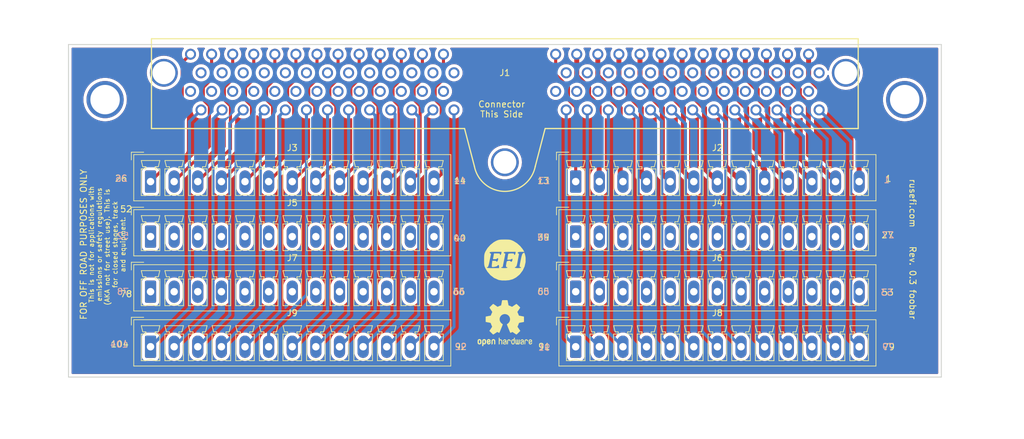
<source format=kicad_pcb>
(kicad_pcb (version 20221018) (generator pcbnew)
  (layers (0 "F.Cu" signal) (1 "In1.Cu" signal) (2 "In2.Cu" signal) (31 "B.Cu" signal) (34 "B.Paste" user) (35 "F.Paste" user) (36 "B.SilkS" user "B.Silkscreen") (37 "F.SilkS" user "F.Silkscreen") (38 "B.Mask" user) (39 "F.Mask" user) (44 "Edge.Cuts" user))
  (net 0 "")
  (net 1 "Net-(J1-Pad90)")
  (net 2 "Net-(J1-Pad89)")
  (net 3 "Net-(J1-Pad88)")
  (net 4 "Net-(J1-Pad87)")
  (net 5 "Net-(J1-Pad86)")
  (net 6 "Net-(J1-Pad85)")
  (net 7 "Net-(J1-Pad84)")
  (net 8 "Net-(J1-Pad83)")
  (net 9 "Net-(J1-Pad82)")
  (net 10 "Net-(J1-Pad81)")
  (net 11 "Net-(J1-Pad80)")
  (net 12 "Net-(J1-Pad79)")
  (net 13 "Net-(J1-Pad53)")
  (net 14 "Net-(J1-Pad54)")
  (net 15 "Net-(J1-Pad55)")
  (net 16 "Net-(J1-Pad56)")
  (net 17 "Net-(J1-Pad57)")
  (net 18 "Net-(J1-Pad58)")
  (net 19 "Net-(J1-Pad59)")
  (net 20 "Net-(J1-Pad60)")
  (net 21 "Net-(J1-Pad61)")
  (net 22 "Net-(J1-Pad62)")
  (net 23 "Net-(J1-Pad63)")
  (net 24 "Net-(J1-Pad64)")
  (net 25 "Net-(J1-Pad37)")
  (net 26 "Net-(J1-Pad36)")
  (net 27 "Net-(J1-Pad35)")
  (net 28 "Net-(J1-Pad34)")
  (net 29 "Net-(J1-Pad33)")
  (net 30 "Net-(J1-Pad32)")
  (net 31 "Net-(J1-Pad31)")
  (net 32 "Net-(J1-Pad30)")
  (net 33 "Net-(J1-Pad29)")
  (net 34 "Net-(J1-Pad28)")
  (net 35 "Net-(J1-Pad27)")
  (net 36 "Net-(J1-Pad1)")
  (net 37 "Net-(J1-Pad2)")
  (net 38 "Net-(J1-Pad3)")
  (net 39 "Net-(J1-Pad4)")
  (net 40 "Net-(J1-Pad5)")
  (net 41 "Net-(J1-Pad6)")
  (net 42 "Net-(J1-Pad7)")
  (net 43 "Net-(J1-Pad8)")
  (net 44 "Net-(J1-Pad9)")
  (net 45 "Net-(J1-Pad10)")
  (net 46 "Net-(J1-Pad11)")
  (net 47 "Net-(J1-Pad12)")
  (net 48 "Net-(J1-Pad38)")
  (net 49 "Net-(J1-Pad13)")
  (net 50 "Net-(J1-Pad65)")
  (net 51 "Net-(J1-Pad91)")
  (net 52 "Net-(J1-Pad39)")
  (net 53 "Net-(J1-Pad104)")
  (net 54 "Net-(J1-Pad103)")
  (net 55 "Net-(J1-Pad102)")
  (net 56 "Net-(J1-Pad101)")
  (net 57 "Net-(J1-Pad100)")
  (net 58 "Net-(J1-Pad99)")
  (net 59 "Net-(J1-Pad98)")
  (net 60 "Net-(J1-Pad97)")
  (net 61 "Net-(J1-Pad72)")
  (net 62 "Net-(J1-Pad73)")
  (net 63 "Net-(J1-Pad74)")
  (net 64 "Net-(J1-Pad75)")
  (net 65 "Net-(J1-Pad76)")
  (net 66 "Net-(J1-Pad77)")
  (net 67 "Net-(J1-Pad78)")
  (net 68 "Net-(J1-Pad52)")
  (net 69 "Net-(J1-Pad51)")
  (net 70 "Net-(J1-Pad50)")
  (net 71 "Net-(J1-Pad49)")
  (net 72 "Net-(J1-Pad48)")
  (net 73 "Net-(J1-Pad47)")
  (net 74 "Net-(J1-Pad46)")
  (net 75 "Net-(J1-Pad45)")
  (net 76 "Net-(J1-Pad26)")
  (net 77 "Net-(J1-Pad25)")
  (net 78 "Net-(J1-Pad24)")
  (net 79 "Net-(J1-Pad23)")
  (net 80 "Net-(J1-Pad22)")
  (net 81 "Net-(J1-Pad21)")
  (net 82 "Net-(J1-Pad20)")
  (net 83 "Net-(J1-Pad19)")
  (net 84 "Net-(J1-Pad71)")
  (net 85 "Net-(J1-Pad96)")
  (net 86 "Net-(J1-Pad44)")
  (net 87 "Net-(J1-Pad70)")
  (net 88 "Net-(J1-Pad18)")
  (net 89 "Net-(J1-Pad43)")
  (net 90 "Net-(J1-Pad95)")
  (net 91 "Net-(J1-Pad69)")
  (net 92 "Net-(J1-Pad17)")
  (net 93 "Net-(J1-Pad42)")
  (net 94 "Net-(J1-Pad94)")
  (net 95 "Net-(J1-Pad68)")
  (net 96 "Net-(J1-Pad16)")
  (net 97 "Net-(J1-Pad93)")
  (net 98 "Net-(J1-Pad41)")
  (net 99 "Net-(J1-Pad15)")
  (net 100 "Net-(J1-Pad67)")
  (net 101 "Net-(J1-Pad92)")
  (net 102 "Net-(J1-Pad66)")
  (net 103 "Net-(J1-Pad40)")
  (net 104 "Net-(J1-Pad14)")
  (footprint "rusefi_lib:LOGO" (layer "F.Cu") (at 93.62 56.13)
    (fp_text reference "G?" hide)
    (fp_text value "LOGO" hide)
  )
  (footprint "rusefi_lib:eecv" (layer "F.Cu") (at 93.62 20.36)
    (fp_text reference "J1")
    (fp_text value "EEC-V")
  )
  (footprint "Connector_Phoenix_MC:PhoenixContact_MCV_1,5_13-G-3.81_1x13_P3.81mm_Vertical" (layer "F.Cu") (at 105.05 43.43)
    (fp_text reference "J2")
    (fp_text value "Conn_01x13")
  )
  (footprint "Connector_Phoenix_MC:PhoenixContact_MCV_1,5_13-G-3.81_1x13_P3.81mm_Vertical" (layer "F.Cu") (at 36.47 43.43)
    (fp_text reference "J3")
    (fp_text value "Conn_01x13")
  )
  (footprint "Connector_Phoenix_MC:PhoenixContact_MCV_1,5_13-G-3.81_1x13_P3.81mm_Vertical" (layer "F.Cu") (at 105.05 52.32)
    (fp_text reference "J4")
    (fp_text value "Conn_01x13")
  )
  (footprint "Connector_Phoenix_MC:PhoenixContact_MCV_1,5_13-G-3.81_1x13_P3.81mm_Vertical" (layer "F.Cu") (at 36.47 52.32)
    (fp_text reference "J5")
    (fp_text value "Conn_01x13")
  )
  (footprint "Connector_Phoenix_MC:PhoenixContact_MCV_1,5_13-G-3.81_1x13_P3.81mm_Vertical" (layer "F.Cu") (at 105.05 61.21)
    (fp_text reference "J6")
    (fp_text value "Conn_01x13")
  )
  (footprint "Connector_Phoenix_MC:PhoenixContact_MCV_1,5_13-G-3.81_1x13_P3.81mm_Vertical" (layer "F.Cu") (at 36.47 61.21)
    (fp_text reference "J7")
    (fp_text value "Conn_01x13")
  )
  (footprint "Connector_Phoenix_MC:PhoenixContact_MCV_1,5_13-G-3.81_1x13_P3.81mm_Vertical" (layer "F.Cu") (at 105.05 70.1)
    (fp_text reference "J8")
    (fp_text value "Conn_01x13")
  )
  (footprint "Connector_Phoenix_MC:PhoenixContact_MCV_1,5_13-G-3.81_1x13_P3.81mm_Vertical" (layer "F.Cu") (at 36.47 70.1)
    (fp_text reference "J9")
    (fp_text value "Conn_01x13")
  )
  (footprint "rusefi_lib:Off_Road_Disclaimer" (layer "F.Cu") (at 28.85 53.59 90)
    (fp_text reference "G?" hide)
    (fp_text value "Disclaimer" hide)
  )
  (footprint "Symbol:OSHW-Logo2_9.8x8mm_SilkScreen" (layer "F.Cu") (at 93.62 66.29)
    (fp_text reference "REF**" hide)
    (fp_text value "OSHW-Logo2_9.8x8mm_SilkScreen" hide)
  )
  (gr_line (start 23.23 75) (end 164.03 75) (stroke (width 0.15)) (layer "Edge.Cuts"))
  (gr_line (start 23.23 21.3) (end 23.23 75) (stroke (width 0.15)) (layer "Edge.Cuts"))
  (gr_line (start 164.03 21.3) (end 164.03 75) (stroke (width 0.15)) (layer "Edge.Cuts"))
  (gr_line (start 23.23 21.3) (end 164.03 21.3) (stroke (width 0.15)) (layer "Edge.Cuts"))
  (gr_text "92" (at 86.508 70.1) (layer "B.SilkS") (effects (font (size 1 1)) (justify mirror)))
  (gr_text "40" (at 86.254 52.574) (layer "B.SilkS") (effects (font (size 1 1)) (justify mirror)))
  (gr_text "14" (at 86.381 43.303) (layer "B.SilkS") (effects (font (size 1 1)) (justify mirror)))
  (gr_text "78" (at 32.025 61.21) (layer "B.SilkS") (effects (font (size 1 1)) (justify mirror)))
  (gr_text "39" (at 99.843 52.447) (layer "B.SilkS") (effects (font (size 1 1)) (justify mirror)))
  (gr_text "13" (at 99.97 43.303) (layer "B.SilkS") (effects (font (size 1 1)) (justify mirror)))
  (gr_text "65" (at 99.843 61.21) (layer "B.SilkS") (effects (font (size 1 1)) (justify mirror)))
  (gr_text "91" (at 99.97 70.227) (layer "B.SilkS") (effects (font (size 1 1)) (justify mirror)))
  (gr_text "1" (at 155.215 43.176) (layer "B.SilkS") (effects (font (size 1 1)) (justify mirror)))
  (gr_text "26" (at 31.771 42.922) (layer "B.SilkS") (effects (font (size 1 1)) (justify mirror)))
  (gr_text "53" (at 155.215 61.337) (layer "B.SilkS") (effects (font (size 1 1)) (justify mirror)))
  (gr_text "79" (at 155.469 70.1) (layer "B.SilkS") (effects (font (size 1 1)) (justify mirror)))
  (gr_text "104" (at 31.39 69.719) (layer "B.SilkS") (effects (font (size 1 1)) (justify mirror)))
  (gr_text "27" (at 155.469 52.066) (layer "B.SilkS") (effects (font (size 1 1)) (justify mirror)))
  (gr_text "66" (at 86.127 61.21) (layer "B.SilkS") (effects (font (size 1 1)) (justify mirror)))
  (gr_text "52" (at 32.025 52.193) (layer "B.SilkS") (effects (font (size 1 1)) (justify mirror)))
  (gr_text "66" (at 86.254 61.21) (layer "F.SilkS") (effects (font (size 1 1))))
  (gr_text "14" (at 86.381 43.303) (layer "F.SilkS") (effects (font (size 1 1))))
  (gr_text "79" (at 155.5452 70.1508) (layer "F.SilkS") (effects (font (size 1 1))))
  (gr_text "52" (at 32.533 47.875) (layer "F.SilkS") (effects (font (size 1 1))))
  (gr_text "26" (at 31.7202 42.922) (layer "F.SilkS") (effects (font (size 1 1))))
  (gr_text "78" (at 32.533 61.591) (layer "F.SilkS") (effects (font (size 1 1))))
  (gr_text "13" (at 99.843 43.303) (layer "F.SilkS") (effects (font (size 1 1))))
  (gr_text "104" (at 31.5043 69.6809) (layer "F.SilkS") (effects (font (size 1 1))))
  (gr_text "Connector\nThis Side" (at 93.112 31.746) (layer "F.SilkS") (effects (font (size 1 1))))
  (gr_text "65" (at 99.843 61.21) (layer "F.SilkS") (effects (font (size 1 1))))
  (gr_text "53" (at 155.3801 61.3243) (layer "F.SilkS") (effects (font (size 1 1))))
  (gr_text "91" (at 99.97 70.1) (layer "F.SilkS") (effects (font (size 1 1))))
  (gr_text "92" (at 86.508 70.1) (layer "F.SilkS") (effects (font (size 1 1))))
  (gr_text "1" (at 155.4817 42.9601) (layer "F.SilkS") (effects (font (size 1 1))))
  (gr_text "27" (at 155.3547 52.066) (layer "F.SilkS") (effects (font (size 1 1))))
  (gr_text "39" (at 99.843 52.447) (layer "F.SilkS") (effects (font (size 1 1))))
  (gr_text "rusefi.com    Rev. 0.3 foobar" (at 159.406 54.352 270) (layer "F.SilkS") (effects (font (size 1 1))))
  (gr_text "40" (at 86.381 52.574) (layer "F.SilkS") (effects (font (size 1 1))))
  (via (at 29.14 30.19) (size 6) (drill 4.75) (layers "F.Cu" "B.Cu") (net 0))
  (via (at 158.12 30.19) (size 6) (drill 4.75) (layers "F.Cu" "B.Cu") (net 0))
  (segment (start 106.92 68.16) (end 108.86 70.1) (width 0.5) (layer "B.Cu") (net 1))
  (segment (start 106.92 31.86) (end 106.92 68.16) (width 0.5) (layer "B.Cu") (net 1))
  (segment (start 110.32 67.75) (end 112.67 70.1) (width 0.5) (layer "B.Cu") (net 2))
  (segment (start 110.32 31.86) (end 110.32 67.75) (width 0.5) (layer "B.Cu") (net 2))
  (segment (start 113.72 31.86) (end 115.12999 33.26999) (width 0.5) (layer "B.Cu") (net 3))
  (segment (start 115.12999 68.74999) (end 116.48 70.1) (width 0.5) (layer "B.Cu") (net 3))
  (segment (start 115.12999 33.26999) (end 115.12999 68.74999) (width 0.5) (layer "B.Cu") (net 3))
  (segment (start 117.12 31.86) (end 118.93999 33.67999) (width 0.5) (layer "B.Cu") (net 4))
  (segment (start 118.93999 33.67999) (end 118.93999 68.74999) (width 0.5) (layer "B.Cu") (net 4))
  (segment (start 118.93999 68.74999) (end 120.29 70.1) (width 0.5) (layer "B.Cu") (net 4))
  (segment (start 122.74999 68.74999) (end 124.1 70.1) (width 0.5) (layer "B.Cu") (net 5))
  (segment (start 122.74999 34.08999) (end 122.74999 68.74999) (width 0.5) (layer "B.Cu") (net 5))
  (segment (start 120.52 31.86) (end 122.74999 34.08999) (width 0.5) (layer "B.Cu") (net 5))
  (segment (start 125.45001 33.39001) (end 125.45001 67.64001) (width 0.5) (layer "B.Cu") (net 6))
  (segment (start 125.45001 67.64001) (end 127.91 70.1) (width 0.5) (layer "B.Cu") (net 6))
  (segment (start 123.92 31.86) (end 125.45001 33.39001) (width 0.5) (layer "B.Cu") (net 6))
  (segment (start 127.32 31.86) (end 129.26001 33.80001) (width 0.5) (layer "B.Cu") (net 7))
  (segment (start 129.26001 67.64001) (end 131.72 70.1) (width 0.5) (layer "B.Cu") (net 7))
  (segment (start 129.26001 33.80001) (end 129.26001 67.64001) (width 0.5) (layer "B.Cu") (net 7))
  (segment (start 134.17999 35.31999) (end 134.17999 68.74999) (width 0.5) (layer "B.Cu") (net 8))
  (segment (start 130.72 31.86) (end 134.17999 35.31999) (width 0.5) (layer "B.Cu") (net 8))
  (segment (start 134.17999 68.74999) (end 135.53 70.1) (width 0.5) (layer "B.Cu") (net 8))
  (segment (start 134.12 31.86) (end 137.98999 35.72999) (width 0.5) (layer "B.Cu") (net 9))
  (segment (start 137.98999 68.74999) (end 139.34 70.1) (width 0.5) (layer "B.Cu") (net 9))
  (segment (start 137.98999 35.72999) (end 137.98999 68.74999) (width 0.5) (layer "B.Cu") (net 9))
  (segment (start 141.79999 36.13999) (end 141.79999 68.74999) (width 0.5) (layer "B.Cu") (net 10))
  (segment (start 137.52 31.86) (end 141.79999 36.13999) (width 0.5) (layer "B.Cu") (net 10))
  (segment (start 141.79999 68.74999) (end 143.15 70.1) (width 0.5) (layer "B.Cu") (net 10))
  (segment (start 140.92 31.86) (end 145.60999 36.54999) (width 0.5) (layer "B.Cu") (net 11))
  (segment (start 145.60999 68.74999) (end 146.96 70.1) (width 0.5) (layer "B.Cu") (net 11))
  (segment (start 145.60999 36.54999) (end 145.60999 68.74999) (width 0.5) (layer "B.Cu") (net 11))
  (segment (start 149.41999 68.74999) (end 150.77 70.1) (width 0.5) (layer "B.Cu") (net 12))
  (segment (start 149.41999 36.95999) (end 149.41999 68.74999) (width 0.5) (layer "B.Cu") (net 12))
  (segment (start 144.32 31.86) (end 149.41999 36.95999) (width 0.5) (layer "B.Cu") (net 12))
  (segment (start 142.62 22.86) (end 142.62 26.656278) (width 0.8) (layer "F.Cu") (net 36))
  (segment (start 150.77 34.806278) (end 150.77 43.43) (width 0.8) (layer "F.Cu") (net 36))
  (segment (start 142.62 26.656278) (end 150.77 34.806278) (width 0.8) (layer "F.Cu") (net 36))
  (segment (start 142.578378 39.048378) (end 146.96 43.43) (width 0.8) (layer "F.Cu") (net 37))
  (segment (start 141.130999 28.567277) (end 141.130999 29.574721) (width 0.8) (layer "F.Cu") (net 37))
  (segment (start 142.578378 31.0221) (end 142.578378 39.048378) (width 0.8) (layer "F.Cu") (net 37))
  (segment (start 141.130999 29.574721) (end 142.578378 31.0221) (width 0.8) (layer "F.Cu") (net 37))
  (segment (start 139.22 22.86) (end 139.22 26.656278) (width 0.8) (layer "F.Cu") (net 37))
  (segment (start 139.22 26.656278) (end 141.130999 28.567277) (width 0.8) (layer "F.Cu") (net 37))
  (segment (start 137.730999 28.274721) (end 137.730999 29.867277) (width 0.8) (layer "F.Cu") (net 38))
  (segment (start 135.82 26.363722) (end 137.730999 28.274721) (width 0.8) (layer "F.Cu") (net 38))
  (segment (start 139.430999 39.710999) (end 143.15 43.43) (width 0.8) (layer "F.Cu") (net 38))
  (segment (start 135.82 22.86) (end 135.82 26.363722) (width 0.8) (layer "F.Cu") (net 38))
  (segment (start 139.430999 31.567277) (end 139.430999 39.710999) (width 0.8) (layer "F.Cu") (net 38))
  (segment (start 137.730999 29.867277) (end 139.430999 31.567277) (width 0.8) (layer "F.Cu") (net 38))
  (segment (start 136.030999 40.120999) (end 139.34 43.43) (width 0.8) (layer "F.Cu") (net 39))
  (segment (start 134.330999 28.567277) (end 134.330999 29.867277) (width 0.8) (layer "F.Cu") (net 39))
  (segment (start 132.42 26.656278) (end 134.330999 28.567277) (width 0.8) (layer "F.Cu") (net 39))
  (segment (start 134.330999 29.867277) (end 136.030999 31.567277) (width 0.8) (layer "F.Cu") (net 39))
  (segment (start 136.030999 31.567277) (end 136.030999 40.120999) (width 0.8) (layer "F.Cu") (net 39))
  (segment (start 132.42 22.86) (end 132.42 26.656278) (width 0.8) (layer "F.Cu") (net 39))
  (segment (start 130.930999 29.867277) (end 132.630999 31.567277) (width 0.8) (layer "F.Cu") (net 40))
  (segment (start 135.53 41.4742) (end 135.53 43.43) (width 0.8) (layer "F.Cu") (net 40))
  (segment (start 132.630999 31.567277) (end 132.630999 38.575199) (width 0.8) (layer "F.Cu") (net 40))
  (segment (start 132.630999 38.575199) (end 135.53 41.4742) (width 0.8) (layer "F.Cu") (net 40))
  (segment (start 129.02 26.363722) (end 130.930999 28.274721) (width 0.8) (layer "F.Cu") (net 40))
  (segment (start 129.02 22.86) (end 129.02 26.363722) (width 0.8) (layer "F.Cu") (net 40))
  (segment (start 130.930999 28.274721) (end 130.930999 29.867277) (width 0.8) (layer "F.Cu") (net 40))
  (segment (start 127.530999 29.574721) (end 129.230998 31.27472) (width 0.8) (layer "F.Cu") (net 41))
  (segment (start 129.230998 31.27472) (end 129.230998 40.940998) (width 0.8) (layer "F.Cu") (net 41))
  (segment (start 127.530999 28.274721) (end 127.530999 29.574721) (width 0.8) (layer "F.Cu") (net 41))
  (segment (start 125.62 26.363722) (end 127.530999 28.274721) (width 0.8) (layer "F.Cu") (net 41))
  (segment (start 125.62 22.86) (end 125.62 26.363722) (width 0.8) (layer "F.Cu") (net 41))
  (segment (start 129.230998 40.940998) (end 131.72 43.43) (width 0.8) (layer "F.Cu") (net 41))
  (segment (start 124.130999 28.274721) (end 124.130999 29.867277) (width 0.8) (layer "F.Cu") (net 42))
  (segment (start 122.22 22.86) (end 122.22 26.363722) (width 0.8) (layer "F.Cu") (net 42))
  (segment (start 125.830999 31.567277) (end 125.830999 41.350999) (width 0.8) (layer "F.Cu") (net 42))
  (segment (start 124.130999 29.867277) (end 125.830999 31.567277) (width 0.8) (layer "F.Cu") (net 42))
  (segment (start 122.22 26.363722) (end 124.130999 28.274721) (width 0.8) (layer "F.Cu") (net 42))
  (segment (start 125.830999 41.350999) (end 127.91 43.43) (width 0.8) (layer "F.Cu") (net 42))
  (segment (start 120.730999 28.274721) (end 120.730999 29.867277) (width 0.8) (layer "F.Cu") (net 43))
  (segment (start 122.430999 41.760999) (end 124.1 43.43) (width 0.8) (layer "F.Cu") (net 43))
  (segment (start 118.82 22.86) (end 118.82 26.363722) (width 0.8) (layer "F.Cu") (net 43))
  (segment (start 122.430999 31.567277) (end 122.430999 41.760999) (width 0.8) (layer "F.Cu") (net 43))
  (segment (start 120.730999 29.867277) (end 122.430999 31.567277) (width 0.8) (layer "F.Cu") (net 43))
  (segment (start 118.82 26.363722) (end 120.730999 28.274721) (width 0.8) (layer "F.Cu") (net 43))
  (segment (start 119.030999 42.170999) (end 120.29 43.43) (width 0.8) (layer "F.Cu") (net 44))
  (segment (start 117.330999 28.567277) (end 117.330999 29.867277) (width 0.8) (layer "F.Cu") (net 44))
  (segment (start 117.330999 29.867277) (end 119.030999 31.567277) (width 0.8) (layer "F.Cu") (net 44))
  (segment (start 115.42 22.86) (end 115.42 26.656278) (width 0.8) (layer "F.Cu") (net 44))
  (segment (start 115.42 26.656278) (end 117.330999 28.567277) (width 0.8) (layer "F.Cu") (net 44))
  (segment (start 119.030999 31.567277) (end 119.030999 42.170999) (width 0.8) (layer "F.Cu") (net 44))
  (segment (start 115.630999 31.567277) (end 115.630999 42.580999) (width 0.8) (layer "F.Cu") (net 45))
  (segment (start 113.509001 28.145279) (end 113.509001 29.445279) (width 0.8) (layer "F.Cu") (net 45))
  (segment (start 112.02 26.656278) (end 113.509001 28.145279) (width 0.8) (layer "F.Cu") (net 45))
  (segment (start 112.02 22.86) (end 112.02 26.656278) (width 0.8) (layer "F.Cu") (net 45))
  (segment (start 113.509001 29.445279) (end 115.630999 31.567277) (width 0.8) (layer "F.Cu") (net 45))
  (segment (start 115.630999 42.580999) (end 116.48 43.43) (width 0.8) (layer "F.Cu") (net 45))
  (segment (start 108.62 26.363722) (end 110.530999 28.274721) (width 0.8) (layer "F.Cu") (net 46))
  (segment (start 110.530999 29.867277) (end 112.230999 31.567277) (width 0.8) (layer "F.Cu") (net 46))
  (segment (start 110.530999 28.274721) (end 110.530999 29.867277) (width 0.8) (layer "F.Cu") (net 46))
  (segment (start 108.62 22.86) (end 108.62 26.363722) (width 0.8) (layer "F.Cu") (net 46))
  (segment (start 112.230999 42.990999) (end 112.67 43.43) (width 0.8) (layer "F.Cu") (net 46))
  (segment (start 112.230999 31.567277) (end 112.230999 42.990999) (width 0.8) (layer "F.Cu") (net 46))
  (segment (start 107.130999 28.274721) (end 107.130999 29.574721) (width 0.8) (layer "F.Cu") (net 47))
  (segment (start 108.830999 31.274721) (end 108.830999 43.400999) (width 0.8) (layer "F.Cu") (net 47))
  (segment (start 108.830999 43.400999) (end 108.86 43.43) (width 0.8) (layer "F.Cu") (net 47))
  (segment (start 105.22 26.363722) (end 107.130999 28.274721) (width 0.8) (layer "F.Cu") (net 47))
  (segment (start 107.130999 29.574721) (end 108.830999 31.274721) (width 0.8) (layer "F.Cu") (net 47))
  (segment (start 105.22 22.86) (end 105.22 26.363722) (width 0.8) (layer "F.Cu") (net 47))
  (segment (start 105.05 31.408278) (end 105.05 43.43) (width 0.5) (layer "F.Cu") (net 49))
  (segment (start 101.82 26.141722) (end 103.880999 28.202721) (width 0.5) (layer "F.Cu") (net 49))
  (segment (start 103.880999 30.239277) (end 105.05 31.408278) (width 0.5) (layer "F.Cu") (net 49))
  (segment (start 103.880999 28.202721) (end 103.880999 30.239277) (width 0.5) (layer "F.Cu") (net 49))
  (segment (start 101.82 22.86) (end 101.82 26.141722) (width 0.5) (layer "F.Cu") (net 49))
  (segment (start 103.52 68.57) (end 105.05 70.1) (width 0.5) (layer "B.Cu") (net 51))
  (segment (start 103.52 31.86) (end 103.52 68.57) (width 0.5) (layer "B.Cu") (net 51))
  (segment (start 42.73999 33.74001) (end 44.62 31.86) (width 0.5) (layer "B.Cu") (net 53))
  (segment (start 36.47 70.1) (end 42.73999 63.83001) (width 0.5) (layer "B.Cu") (net 53))
  (segment (start 42.73999 63.83001) (end 42.73999 33.74001) (width 0.5) (layer "B.Cu") (net 53))
  (segment (start 46.54999 33.33001) (end 48.02 31.86) (width 0.5) (layer "B.Cu") (net 54))
  (segment (start 46.54999 63.83001) (end 46.54999 33.33001) (width 0.5) (layer "B.Cu") (net 54))
  (segment (start 40.28 70.1) (end 46.54999 63.83001) (width 0.5) (layer "B.Cu") (net 54))
  (segment (start 51.42 31.86) (end 49.25001 34.02999) (width 0.5) (layer "B.Cu") (net 55))
  (segment (start 49.25001 34.02999) (end 49.25001 64.93999) (width 0.5) (layer "B.Cu") (net 55))
  (segment (start 49.25001 64.93999) (end 44.09 70.1) (width 0.5) (layer "B.Cu") (net 55))
  (segment (start 54.16999 63.83001) (end 47.9 70.1) (width 0.5) (layer "B.Cu") (net 56))
  (segment (start 54.82 31.86) (end 54.16999 32.51001) (width 0.5) (layer "B.Cu") (net 56))
  (segment (start 54.16999 32.51001) (end 54.16999 63.83001) (width 0.5) (layer "B.Cu") (net 56))
  (segment (start 58.22 31.86) (end 57.331001 32.748999) (width 0.5) (layer "B.Cu") (net 57))
  (segment (start 57.331001 32.748999) (end 57.331001 64.478999) (width 0.5) (layer "B.Cu") (net 57))
  (segment (start 57.331001 64.478999) (end 51.71 70.1) (width 0.5) (layer "B.Cu") (net 57))
  (segment (start 61.62 31.86) (end 61.62 61.729202) (width 0.5) (layer "B.Cu") (net 58))
  (segment (start 55.52 67.829202) (end 55.52 70.1) (width 0.5) (layer "B.Cu") (net 58))
  (segment (start 61.62 61.729202) (end 55.52 67.829202) (width 0.5) (layer "B.Cu") (net 58))
  (segment (start 65.02 31.86) (end 65.02 64.41) (width 0.5) (layer "B.Cu") (net 59))
  (segment (start 65.02 64.41) (end 59.33 70.1) (width 0.5) (layer "B.Cu") (net 59))
  (segment (start 68.42 64.82) (end 63.14 70.1) (width 0.5) (layer "B.Cu") (net 60))
  (segment (start 68.42 31.86) (end 68.42 64.82) (width 0.5) (layer "B.Cu") (net 60))
  (segment (start 41.580999 38.319001) (end 36.47 43.43) (width 0.5) (layer "F.Cu") (net 76))
  (segment (start 42.92 22.86) (end 41.580999 24.199001) (width 0.5) (layer "F.Cu") (net 76))
  (segment (start 41.580999 24.199001) (end 41.580999 38.319001) (width 0.5) (layer "F.Cu") (net 76))
  (segment (start 44.980999 28.217279) (end 44.980999 30.239277) (width 0.5) (layer "F.Cu") (net 77))
  (segment (start 46.32 26.878278) (end 44.980999 28.217279) (width 0.5) (layer "F.Cu") (net 77))
  (segment (start 44.980999 30.239277) (end 45.959001 31.217279) (width 0.5) (layer "F.Cu") (net 77))
  (segment (start 45.959001 37.750999) (end 40.28 43.43) (width 0.5) (layer "F.Cu") (net 77))
  (segment (start 46.32 22.86) (end 46.32 26.878278) (width 0.5) (layer "F.Cu") (net 77))
  (segment (start 45.959001 31.217279) (end 45.959001 37.750999) (width 0.5) (layer "F.Cu") (net 77))
  (segment (start 49.72 26.878278) (end 48.380999 28.217279) (width 0.5) (layer "F.Cu") (net 78))
  (segment (start 48.380999 30.239277) (end 49.359001 31.217279) (width 0.5) (layer "F.Cu") (net 78))
  (segment (start 48.380999 28.217279) (end 48.380999 30.239277) (width 0.5) (layer "F.Cu") (net 78))
  (segment (start 49.359001 31.217279) (end 49.359001 38.160999) (width 0.5) (layer "F.Cu") (net 78))
  (segment (start 49.359001 38.160999) (end 44.09 43.43) (width 0.5) (layer "F.Cu") (net 78))
  (segment (start 49.72 22.86) (end 49.72 26.878278) (width 0.5) (layer "F.Cu") (net 78))
  (segment (start 52.759001 31.217279) (end 52.759001 38.570999) (width 0.5) (layer "F.Cu") (net 79))
  (segment (start 51.780999 30.239277) (end 52.759001 31.217279) (width 0.5) (layer "F.Cu") (net 79))
  (segment (start 51.780999 28.217279) (end 51.780999 30.239277) (width 0.5) (layer "F.Cu") (net 79))
  (segment (start 53.12 26.878278) (end 51.780999 28.217279) (width 0.5) (layer "F.Cu") (net 79))
  (segment (start 53.12 22.86) (end 53.12 26.878278) (width 0.5) (layer "F.Cu") (net 79))
  (segment (start 52.759001 38.570999) (end 47.9 43.43) (width 0.5) (layer "F.Cu") (net 79))
  (segment (start 56.52 26.878278) (end 55.180999 28.217279) (width 0.5) (layer "F.Cu") (net 80))
  (segment (start 56.159001 31.217279) (end 56.159001 38.980999) (width 0.5) (layer "F.Cu") (net 80))
  (segment (start 55.180999 30.239277) (end 56.159001 31.217279) (width 0.5) (layer "F.Cu") (net 80))
  (segment (start 55.180999 28.217279) (end 55.180999 30.239277) (width 0.5) (layer "F.Cu") (net 80))
  (segment (start 56.52 22.86) (end 56.52 26.878278) (width 0.5) (layer "F.Cu") (net 80))
  (segment (start 56.159001 38.980999) (end 51.71 43.43) (width 0.5) (layer "F.Cu") (net 80))
  (segment (start 59.92 22.86) (end 59.92 26.878278) (width 0.5) (layer "F.Cu") (net 81))
  (segment (start 59.559001 39.390999) (end 55.52 43.43) (width 0.5) (layer "F.Cu") (net 81))
  (segment (start 59.92 26.878278) (end 58.580999 28.217279) (width 0.5) (layer "F.Cu") (net 81))
  (segment (start 59.559001 31.217279) (end 59.559001 39.390999) (width 0.5) (layer "F.Cu") (net 81))
  (segment (start 58.580999 28.217279) (end 58.580999 30.239277) (width 0.5) (layer "F.Cu") (net 81))
  (segment (start 58.580999 30.239277) (end 59.559001 31.217279) (width 0.5) (layer "F.Cu") (net 81))
  (segment (start 61.980999 28.217279) (end 61.980999 30.239277) (width 0.5) (layer "F.Cu") (net 82))
  (segment (start 62.959001 31.217279) (end 62.959001 39.800999) (width 0.5) (layer "F.Cu") (net 82))
  (segment (start 62.959001 39.800999) (end 59.33 43.43) (width 0.5) (layer "F.Cu") (net 82))
  (segment (start 63.32 26.878278) (end 61.980999 28.217279) (width 0.5) (layer "F.Cu") (net 82))
  (segment (start 61.980999 30.239277) (end 62.959001 31.217279) (width 0.5) (layer "F.Cu") (net 82))
  (segment (start 63.32 22.86) (end 63.32 26.878278) (width 0.5) (layer "F.Cu") (net 82))
  (segment (start 66.72 22.86) (end 66.72 26.878278) (width 0.5) (layer "F.Cu") (net 83))
  (segment (start 65.380999 30.239277) (end 66.359001 31.217279) (width 0.5) (layer "F.Cu") (net 83))
  (segment (start 66.359001 31.217279) (end 66.359001 40.210999) (width 0.5) (layer "F.Cu") (net 83))
  (segment (start 66.359001 40.210999) (end 63.14 43.43) (width 0.5) (layer "F.Cu") (net 83))
  (segment (start 66.72 26.878278) (end 65.380999 28.217279) (width 0.5) (layer "F.Cu") (net 83))
  (segment (start 65.380999 28.217279) (end 65.380999 30.239277) (width 0.5) (layer "F.Cu") (net 83))
  (segment (start 71.82 31.86) (end 72.0805 31.86) (width 0.5) (layer "B.Cu") (net 85))
  (segment (start 71.82 31.86) (end 72.708999 32.748999) (width 0.5) (layer "B.Cu") (net 85))
  (segment (start 72.708999 64.341001) (end 66.95 70.1) (width 0.5) (layer "B.Cu") (net 85))
  (segment (start 72.708999 32.748999) (end 72.708999 64.341001) (width 0.5) (layer "B.Cu") (net 85))
  (segment (start 68.780999 28.217279) (end 68.780999 30.239277) (width 0.5) (layer "F.Cu") (net 88))
  (segment (start 70.12 22.86) (end 70.12 26.878278) (width 0.5) (layer "F.Cu") (net 88))
  (segment (start 69.759001 31.217279) (end 69.759001 40.620999) (width 0.5) (layer "F.Cu") (net 88))
  (segment (start 69.759001 40.620999) (end 66.95 43.43) (width 0.5) (layer "F.Cu") (net 88))
  (segment (start 68.780999 30.239277) (end 69.759001 31.217279) (width 0.5) (layer "F.Cu") (net 88))
  (segment (start 70.12 26.878278) (end 68.780999 28.217279) (width 0.5) (layer "F.Cu") (net 88))
  (segment (start 75.92001 64.93999) (end 70.76 70.1) (width 0.5) (layer "B.Cu") (net 90))
  (segment (start 75.92001 32.56001) (end 75.92001 64.93999) (width 0.5) (layer "B.Cu") (net 90))
  (segment (start 75.22 31.86) (end 75.92001 32.56001) (width 0.5) (layer "B.Cu") (net 90))
  (segment (start 73.159001 41.030999) (end 70.76 43.43) (width 0.5) (layer "F.Cu") (net 92))
  (segment (start 73.52 26.878278) (end 72.180999 28.217279) (width 0.5) (layer "F.Cu") (net 92))
  (segment (start 73.159001 31.217279) (end 73.159001 41.030999) (width 0.5) (layer "F.Cu") (net 92))
  (segment (start 72.180999 30.239277) (end 73.159001 31.217279) (width 0.5) (layer "F.Cu") (net 92))
  (segment (start 72.180999 28.217279) (end 72.180999 30.239277) (width 0.5) (layer "F.Cu") (net 92))
  (segment (start 73.52 22.86) (end 73.52 26.878278) (width 0.5) (layer "F.Cu") (net 92))
  (segment (start 79.73001 64.93999) (end 74.57 70.1) (width 0.5) (layer "B.Cu") (net 94))
  (segment (start 79.73001 32.97001) (end 79.73001 64.93999) (width 0.5) (layer "B.Cu") (net 94))
  (segment (start 78.62 31.86) (end 79.73001 32.97001) (width 0.5) (layer "B.Cu") (net 94))
  (segment (start 76.92 26.878278) (end 75.580999 28.217279) (width 0.5) (layer "F.Cu") (net 96))
  (segment (start 76.559001 31.217279) (end 76.559001 41.440999) (width 0.5) (layer "F.Cu") (net 96))
  (segment (start 75.580999 28.217279) (end 75.580999 30.239277) (width 0.5) (layer "F.Cu") (net 96))
  (segment (start 76.92 22.86) (end 76.92 26.878278) (width 0.5) (layer "F.Cu") (net 96))
  (segment (start 75.580999 30.239277) (end 76.559001 31.217279) (width 0.5) (layer "F.Cu") (net 96))
  (segment (start 76.559001 41.440999) (end 74.57 43.43) (width 0.5) (layer "F.Cu") (net 96))
  (segment (start 80.83999 67.64001) (end 78.38 70.1) (width 0.5) (layer "B.Cu") (net 97))
  (segment (start 82.02 31.86) (end 80.83999 33.04001) (width 0.5) (layer "B.Cu") (net 97))
  (segment (start 80.83999 33.04001) (end 80.83999 67.64001) (width 0.5) (layer "B.Cu") (net 97))
  (segment (start 80.32 26.878278) (end 78.980999 28.217279) (width 0.5) (layer "F.Cu") (net 99))
  (segment (start 78.980999 28.217279) (end 78.980999 30.239277) (width 0.5) (layer "F.Cu") (net 99))
  (segment (start 78.980999 30.239277) (end 79.959001 31.217279) (width 0.5) (layer "F.Cu") (net 99))
  (segment (start 79.959001 31.217279) (end 79.959001 41.850999) (width 0.5) (layer "F.Cu") (net 99))
  (segment (start 80.32 22.86) (end 80.32 26.878278) (width 0.5) (layer "F.Cu") (net 99))
  (segment (start 79.959001 41.850999) (end 78.38 43.43) (width 0.5) (layer "F.Cu") (net 99))
  (segment (start 85.42 66.87) (end 82.19 70.1) (width 0.5) (layer "B.Cu") (net 101))
  (segment (start 85.42 31.86) (end 85.42 66.87) (width 0.5) (layer "B.Cu") (net 101))
  (segment (start 82.380999 30.239277) (end 83.359001 31.217279) (width 0.5) (layer "F.Cu") (net 104))
  (segment (start 83.359001 31.217279) (end 83.359001 42.260999) (width 0.5) (layer "F.Cu") (net 104))
  (segment (start 83.72 22.86) (end 83.72 26.878278) (width 0.5) (layer "F.Cu") (net 104))
  (segment (start 82.380999 28.217279) (end 82.380999 30.239277) (width 0.5) (layer "F.Cu") (net 104))
  (segment (start 83.359001 42.260999) (end 82.19 43.43) (width 0.5) (layer "F.Cu") (net 104))
  (segment (start 83.72 26.878278) (end 82.380999 28.217279) (width 0.5) (layer "F.Cu") (net 104))
  (zone (net 0) (net_name "") (layer "F.Cu") (connect_pads (clearance 0.508)) (min_thickness 0.254) (fill yes (thermal_gap 0.508) (thermal_bridge_width 0.508))
    (polygon (pts (xy 166.1497 76.4627) (xy 119.02 85.0352) (xy 14.6387 77.6311) (xy 16.5945 17.268) (xy 168.8802 16.4806)))
  )
  (zone (net 0) (net_name "") (layer "B.Cu") (connect_pads (clearance 0.508)) (min_thickness 0.254) (fill yes (thermal_gap 0.508) (thermal_bridge_width 0.508))
    (polygon (pts (xy 168.9564 18.6523) (xy 168.3087 77.4025) (xy 14.4609 78.6979) (xy 17.0517 18.0046)))
  )
)
</source>
